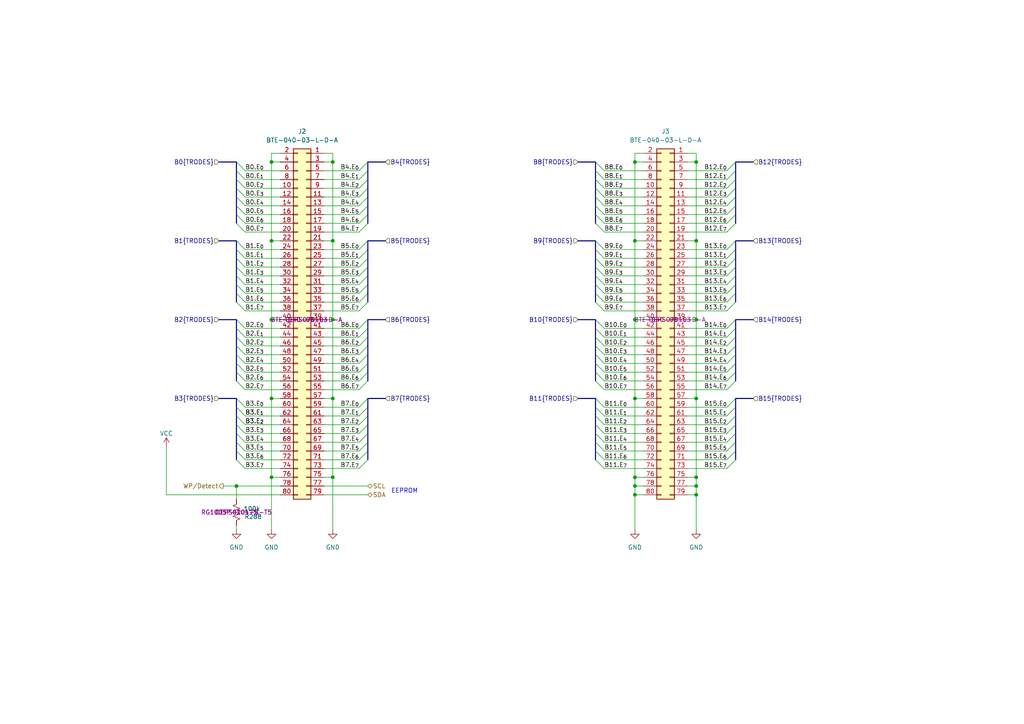
<source format=kicad_sch>
(kicad_sch (version 20250114) (generator "eeschema") (generator_version "9.0")
  (paper "A4")
  (title_block (title "Extracellular Electrophysiology Test Board") (rev "C") (company "Open Ephys, Inc") (comment 1 "Jonathan P. Newman"))
  (lib_symbols
    (symbol "Connector_Generic:Conn_02x40_Odd_Even" (pin_names (offset 1.016) (hide yes))
      (property "Reference" "J" (at 1.27 50.8 0))
      (property "Value" "Conn_02x40_Odd_Even" (at 1.27 -53.34 0))
      (symbol "Conn_02x40_Odd_Even_1_1"
        (rectangle (start -1.27 49.53) (end 3.81 -52.07) (stroke (width 0.254)) (fill (type background)))
        (rectangle (start -1.27 48.387) (end 0 48.133) (stroke (width 0.1524)))
        (rectangle (start -1.27 45.847) (end 0 45.593) (stroke (width 0.1524)))
        (rectangle (start -1.27 43.307) (end 0 43.053) (stroke (width 0.1524)))
        (rectangle (start -1.27 40.767) (end 0 40.513) (stroke (width 0.1524)))
        (rectangle (start -1.27 38.227) (end 0 37.973) (stroke (width 0.1524)))
        (rectangle (start -1.27 35.687) (end 0 35.433) (stroke (width 0.1524)))
        (rectangle (start -1.27 33.147) (end 0 32.893) (stroke (width 0.1524)))
        (rectangle (start -1.27 30.607) (end 0 30.353) (stroke (width 0.1524)))
        (rectangle (start -1.27 28.067) (end 0 27.813) (stroke (width 0.1524)))
        (rectangle (start -1.27 25.527) (end 0 25.273) (stroke (width 0.1524)))
        (rectangle (start -1.27 22.987) (end 0 22.733) (stroke (width 0.1524)))
        (rectangle (start -1.27 20.447) (end 0 20.193) (stroke (width 0.1524)))
        (rectangle (start -1.27 17.907) (end 0 17.653) (stroke (width 0.1524)))
        (rectangle (start -1.27 15.367) (end 0 15.113) (stroke (width 0.1524)))
        (rectangle (start -1.27 12.827) (end 0 12.573) (stroke (width 0.1524)))
        (rectangle (start -1.27 10.287) (end 0 10.033) (stroke (width 0.1524)))
        (rectangle (start -1.27 7.747) (end 0 7.493) (stroke (width 0.1524)))
        (rectangle (start -1.27 5.207) (end 0 4.953) (stroke (width 0.1524)))
        (rectangle (start -1.27 2.667) (end 0 2.413) (stroke (width 0.1524)))
        (rectangle (start -1.27 0.127) (end 0 -0.127) (stroke (width 0.1524)))
        (rectangle (start -1.27 -2.413) (end 0 -2.667) (stroke (width 0.1524)))
        (rectangle (start -1.27 -4.953) (end 0 -5.207) (stroke (width 0.1524)))
        (rectangle (start -1.27 -7.493) (end 0 -7.747) (stroke (width 0.1524)))
        (rectangle (start -1.27 -10.033) (end 0 -10.287) (stroke (width 0.1524)))
        (rectangle (start -1.27 -12.573) (end 0 -12.827) (stroke (width 0.1524)))
        (rectangle (start -1.27 -15.113) (end 0 -15.367) (stroke (width 0.1524)))
        (rectangle (start -1.27 -17.653) (end 0 -17.907) (stroke (width 0.1524)))
        (rectangle (start -1.27 -20.193) (end 0 -20.447) (stroke (width 0.1524)))
        (rectangle (start -1.27 -22.733) (end 0 -22.987) (stroke (width 0.1524)))
        (rectangle (start -1.27 -25.273) (end 0 -25.527) (stroke (width 0.1524)))
        (rectangle (start -1.27 -27.813) (end 0 -28.067) (stroke (width 0.1524)))
        (rectangle (start -1.27 -30.353) (end 0 -30.607) (stroke (width 0.1524)))
        (rectangle (start -1.27 -32.893) (end 0 -33.147) (stroke (width 0.1524)))
        (rectangle (start -1.27 -35.433) (end 0 -35.687) (stroke (width 0.1524)))
        (rectangle (start -1.27 -37.973) (end 0 -38.227) (stroke (width 0.1524)))
        (rectangle (start -1.27 -40.513) (end 0 -40.767) (stroke (width 0.1524)))
        (rectangle (start -1.27 -43.053) (end 0 -43.307) (stroke (width 0.1524)))
        (rectangle (start -1.27 -45.593) (end 0 -45.847) (stroke (width 0.1524)))
        (rectangle (start -1.27 -48.133) (end 0 -48.387) (stroke (width 0.1524)))
        (rectangle (start -1.27 -50.673) (end 0 -50.927) (stroke (width 0.1524)))
        (rectangle (start 3.81 48.387) (end 2.54 48.133) (stroke (width 0.1524)))
        (rectangle (start 3.81 45.847) (end 2.54 45.593) (stroke (width 0.1524)))
        (rectangle (start 3.81 43.307) (end 2.54 43.053) (stroke (width 0.1524)))
        (rectangle (start 3.81 40.767) (end 2.54 40.513) (stroke (width 0.1524)))
        (rectangle (start 3.81 38.227) (end 2.54 37.973) (stroke (width 0.1524)))
        (rectangle (start 3.81 35.687) (end 2.54 35.433) (stroke (width 0.1524)))
        (rectangle (start 3.81 33.147) (end 2.54 32.893) (stroke (width 0.1524)))
        (rectangle (start 3.81 30.607) (end 2.54 30.353) (stroke (width 0.1524)))
        (rectangle (start 3.81 28.067) (end 2.54 27.813) (stroke (width 0.1524)))
        (rectangle (start 3.81 25.527) (end 2.54 25.273) (stroke (width 0.1524)))
        (rectangle (start 3.81 22.987) (end 2.54 22.733) (stroke (width 0.1524)))
        (rectangle (start 3.81 20.447) (end 2.54 20.193) (stroke (width 0.1524)))
        (rectangle (start 3.81 17.907) (end 2.54 17.653) (stroke (width 0.1524)))
        (rectangle (start 3.81 15.367) (end 2.54 15.113) (stroke (width 0.1524)))
        (rectangle (start 3.81 12.827) (end 2.54 12.573) (stroke (width 0.1524)))
        (rectangle (start 3.81 10.287) (end 2.54 10.033) (stroke (width 0.1524)))
        (rectangle (start 3.81 7.747) (end 2.54 7.493) (stroke (width 0.1524)))
        (rectangle (start 3.81 5.207) (end 2.54 4.953) (stroke (width 0.1524)))
        (rectangle (start 3.81 2.667) (end 2.54 2.413) (stroke (width 0.1524)))
        (rectangle (start 3.81 0.127) (end 2.54 -0.127) (stroke (width 0.1524)))
        (rectangle (start 3.81 -2.413) (end 2.54 -2.667) (stroke (width 0.1524)))
        (rectangle (start 3.81 -4.953) (end 2.54 -5.207) (stroke (width 0.1524)))
        (rectangle (start 3.81 -7.493) (end 2.54 -7.747) (stroke (width 0.1524)))
        (rectangle (start 3.81 -10.033) (end 2.54 -10.287) (stroke (width 0.1524)))
        (rectangle (start 3.81 -12.573) (end 2.54 -12.827) (stroke (width 0.1524)))
        (rectangle (start 3.81 -15.113) (end 2.54 -15.367) (stroke (width 0.1524)))
        (rectangle (start 3.81 -17.653) (end 2.54 -17.907) (stroke (width 0.1524)))
        (rectangle (start 3.81 -20.193) (end 2.54 -20.447) (stroke (width 0.1524)))
        (rectangle (start 3.81 -22.733) (end 2.54 -22.987) (stroke (width 0.1524)))
        (rectangle (start 3.81 -25.273) (end 2.54 -25.527) (stroke (width 0.1524)))
        (rectangle (start 3.81 -27.813) (end 2.54 -28.067) (stroke (width 0.1524)))
        (rectangle (start 3.81 -30.353) (end 2.54 -30.607) (stroke (width 0.1524)))
        (rectangle (start 3.81 -32.893) (end 2.54 -33.147) (stroke (width 0.1524)))
        (rectangle (start 3.81 -35.433) (end 2.54 -35.687) (stroke (width 0.1524)))
        (rectangle (start 3.81 -37.973) (end 2.54 -38.227) (stroke (width 0.1524)))
        (rectangle (start 3.81 -40.513) (end 2.54 -40.767) (stroke (width 0.1524)))
        (rectangle (start 3.81 -43.053) (end 2.54 -43.307) (stroke (width 0.1524)))
        (rectangle (start 3.81 -45.593) (end 2.54 -45.847) (stroke (width 0.1524)))
        (rectangle (start 3.81 -48.133) (end 2.54 -48.387) (stroke (width 0.1524)))
        (rectangle (start 3.81 -50.673) (end 2.54 -50.927) (stroke (width 0.1524)))
        (pin passive line (at -5.08 48.26 0) (length 3.81) (name "Pin_1") (number "1"))
        (pin passive line (at -5.08 45.72 0) (length 3.81) (name "Pin_3") (number "3"))
        (pin passive line (at -5.08 43.18 0) (length 3.81) (name "Pin_5") (number "5"))
        (pin passive line (at -5.08 40.64 0) (length 3.81) (name "Pin_7") (number "7"))
        (pin passive line (at -5.08 38.1 0) (length 3.81) (name "Pin_9") (number "9"))
        (pin passive line (at -5.08 35.56 0) (length 3.81) (name "Pin_11") (number "11"))
        (pin passive line (at -5.08 33.02 0) (length 3.81) (name "Pin_13") (number "13"))
        (pin passive line (at -5.08 30.48 0) (length 3.81) (name "Pin_15") (number "15"))
        (pin passive line (at -5.08 27.94 0) (length 3.81) (name "Pin_17") (number "17"))
        (pin passive line (at -5.08 25.4 0) (length 3.81) (name "Pin_19") (number "19"))
        (pin passive line (at -5.08 22.86 0) (length 3.81) (name "Pin_21") (number "21"))
        (pin passive line (at -5.08 20.32 0) (length 3.81) (name "Pin_23") (number "23"))
        (pin passive line (at -5.08 17.78 0) (length 3.81) (name "Pin_25") (number "25"))
        (pin passive line (at -5.08 15.24 0) (length 3.81) (name "Pin_27") (number "27"))
        (pin passive line (at -5.08 12.7 0) (length 3.81) (name "Pin_29") (number "29"))
        (pin passive line (at -5.08 10.16 0) (length 3.81) (name "Pin_31") (number "31"))
        (pin passive line (at -5.08 7.62 0) (length 3.81) (name "Pin_33") (number "33"))
        (pin passive line (at -5.08 5.08 0) (length 3.81) (name "Pin_35") (number "35"))
        (pin passive line (at -5.08 2.54 0) (length 3.81) (name "Pin_37") (number "37"))
        (pin passive line (at -5.08 0 0) (length 3.81) (name "Pin_39") (number "39"))
        (pin passive line (at -5.08 -2.54 0) (length 3.81) (name "Pin_41") (number "41"))
        (pin passive line (at -5.08 -5.08 0) (length 3.81) (name "Pin_43") (number "43"))
        (pin passive line (at -5.08 -7.62 0) (length 3.81) (name "Pin_45") (number "45"))
        (pin passive line (at -5.08 -10.16 0) (length 3.81) (name "Pin_47") (number "47"))
        (pin passive line (at -5.08 -12.7 0) (length 3.81) (name "Pin_49") (number "49"))
        (pin passive line (at -5.08 -15.24 0) (length 3.81) (name "Pin_51") (number "51"))
        (pin passive line (at -5.08 -17.78 0) (length 3.81) (name "Pin_53") (number "53"))
        (pin passive line (at -5.08 -20.32 0) (length 3.81) (name "Pin_55") (number "55"))
        (pin passive line (at -5.08 -22.86 0) (length 3.81) (name "Pin_57") (number "57"))
        (pin passive line (at -5.08 -25.4 0) (length 3.81) (name "Pin_59") (number "59"))
        (pin passive line (at -5.08 -27.94 0) (length 3.81) (name "Pin_61") (number "61"))
        (pin passive line (at -5.08 -30.48 0) (length 3.81) (name "Pin_63") (number "63"))
        (pin passive line (at -5.08 -33.02 0) (length 3.81) (name "Pin_65") (number "65"))
        (pin passive line (at -5.08 -35.56 0) (length 3.81) (name "Pin_67") (number "67"))
        (pin passive line (at -5.08 -38.1 0) (length 3.81) (name "Pin_69") (number "69"))
        (pin passive line (at -5.08 -40.64 0) (length 3.81) (name "Pin_71") (number "71"))
        (pin passive line (at -5.08 -43.18 0) (length 3.81) (name "Pin_73") (number "73"))
        (pin passive line (at -5.08 -45.72 0) (length 3.81) (name "Pin_75") (number "75"))
        (pin passive line (at -5.08 -48.26 0) (length 3.81) (name "Pin_77") (number "77"))
        (pin passive line (at -5.08 -50.8 0) (length 3.81) (name "Pin_79") (number "79"))
        (pin passive line (at 7.62 48.26 180) (length 3.81) (name "Pin_2") (number "2"))
        (pin passive line (at 7.62 45.72 180) (length 3.81) (name "Pin_4") (number "4"))
        (pin passive line (at 7.62 43.18 180) (length 3.81) (name "Pin_6") (number "6"))
        (pin passive line (at 7.62 40.64 180) (length 3.81) (name "Pin_8") (number "8"))
        (pin passive line (at 7.62 38.1 180) (length 3.81) (name "Pin_10") (number "10"))
        (pin passive line (at 7.62 35.56 180) (length 3.81) (name "Pin_12") (number "12"))
        (pin passive line (at 7.62 33.02 180) (length 3.81) (name "Pin_14") (number "14"))
        (pin passive line (at 7.62 30.48 180) (length 3.81) (name "Pin_16") (number "16"))
        (pin passive line (at 7.62 27.94 180) (length 3.81) (name "Pin_18") (number "18"))
        (pin passive line (at 7.62 25.4 180) (length 3.81) (name "Pin_20") (number "20"))
        (pin passive line (at 7.62 22.86 180) (length 3.81) (name "Pin_22") (number "22"))
        (pin passive line (at 7.62 20.32 180) (length 3.81) (name "Pin_24") (number "24"))
        (pin passive line (at 7.62 17.78 180) (length 3.81) (name "Pin_26") (number "26"))
        (pin passive line (at 7.62 15.24 180) (length 3.81) (name "Pin_28") (number "28"))
        (pin passive line (at 7.62 12.7 180) (length 3.81) (name "Pin_30") (number "30"))
        (pin passive line (at 7.62 10.16 180) (length 3.81) (name "Pin_32") (number "32"))
        (pin passive line (at 7.62 7.62 180) (length 3.81) (name "Pin_34") (number "34"))
        (pin passive line (at 7.62 5.08 180) (length 3.81) (name "Pin_36") (number "36"))
        (pin passive line (at 7.62 2.54 180) (length 3.81) (name "Pin_38") (number "38"))
        (pin passive line (at 7.62 0 180) (length 3.81) (name "Pin_40") (number "40"))
        (pin passive line (at 7.62 -2.54 180) (length 3.81) (name "Pin_42") (number "42"))
        (pin passive line (at 7.62 -5.08 180) (length 3.81) (name "Pin_44") (number "44"))
        (pin passive line (at 7.62 -7.62 180) (length 3.81) (name "Pin_46") (number "46"))
        (pin passive line (at 7.62 -10.16 180) (length 3.81) (name "Pin_48") (number "48"))
        (pin passive line (at 7.62 -12.7 180) (length 3.81) (name "Pin_50") (number "50"))
        (pin passive line (at 7.62 -15.24 180) (length 3.81) (name "Pin_52") (number "52"))
        (pin passive line (at 7.62 -17.78 180) (length 3.81) (name "Pin_54") (number "54"))
        (pin passive line (at 7.62 -20.32 180) (length 3.81) (name "Pin_56") (number "56"))
        (pin passive line (at 7.62 -22.86 180) (length 3.81) (name "Pin_58") (number "58"))
        (pin passive line (at 7.62 -25.4 180) (length 3.81) (name "Pin_60") (number "60"))
        (pin passive line (at 7.62 -27.94 180) (length 3.81) (name "Pin_62") (number "62"))
        (pin passive line (at 7.62 -30.48 180) (length 3.81) (name "Pin_64") (number "64"))
        (pin passive line (at 7.62 -33.02 180) (length 3.81) (name "Pin_66") (number "66"))
        (pin passive line (at 7.62 -35.56 180) (length 3.81) (name "Pin_68") (number "68"))
        (pin passive line (at 7.62 -38.1 180) (length 3.81) (name "Pin_70") (number "70"))
        (pin passive line (at 7.62 -40.64 180) (length 3.81) (name "Pin_72") (number "72"))
        (pin passive line (at 7.62 -43.18 180) (length 3.81) (name "Pin_74") (number "74"))
        (pin passive line (at 7.62 -45.72 180) (length 3.81) (name "Pin_76") (number "76"))
        (pin passive line (at 7.62 -48.26 180) (length 3.81) (name "Pin_78") (number "78"))
        (pin passive line (at 7.62 -50.8 180) (length 3.81) (name "Pin_80") (number "80"))
      )
    )
    (symbol "Device:R_US" (pin_numbers (hide yes)) (pin_names (offset 0))
      (property "Reference" "R" (at 2.54 0 90))
      (property "Value" "R_US" (at -2.54 0 90))
      (symbol "R_US_0_1"
        (polyline (pts (xy 0 2.286) (xy 0 2.54)))
        (polyline (pts (xy 0 2.286) (xy 1.016 1.905) (xy 0 1.524) (xy -1.016 1.143) (xy 0 0.762)))
        (polyline (pts (xy 0 0.762) (xy 1.016 0.381) (xy 0 0) (xy -1.016 -0.381) (xy 0 -0.762)))
        (polyline (pts (xy 0 -0.762) (xy 1.016 -1.143) (xy 0 -1.524) (xy -1.016 -1.905) (xy 0 -2.286)))
        (polyline (pts (xy 0 -2.286) (xy 0 -2.54)))
      )
      (symbol "R_US_1_1"
        (pin passive line (at 0 3.81 270) (length 1.27) (name "~") (number "1"))
        (pin passive line (at 0 -3.81 90) (length 1.27) (name "~") (number "2"))
      )
    )
    (symbol "power:GND" (power) (pin_numbers (hide yes)) (pin_names (offset 0) (hide yes))
      (property "Value" "GND" (at 0 -3.81 0))
      (symbol "GND_0_1"
        (polyline (pts (xy 0 0) (xy 0 -1.27) (xy 1.27 -1.27) (xy 0 -2.54) (xy -1.27 -1.27) (xy 0 -1.27)))
      )
      (symbol "GND_1_1"
        (pin power_in line (at 0 0 270) (length 0) (name "~") (number "1"))
      )
    )
    (symbol "power:VCC" (power) (pin_numbers (hide yes)) (pin_names (offset 0) (hide yes))
      (property "Value" "VCC" (at 0 3.556 0))
      (symbol "VCC_0_1"
        (polyline (pts (xy -0.762 1.27) (xy 0 2.54)))
        (polyline (pts (xy 0 2.54) (xy 0.762 1.27)))
        (polyline (pts (xy 0 0) (xy 0 2.54)))
      )
      (symbol "VCC_1_1"
        (pin power_in line (at 0 0 90) (length 0) (name "~") (number "1"))
      )
    )
  )
  (bus_alias "TRODES" (members "E_{0}" "E_{1}" "E_{2}" "E_{3}" "E_{4}" "E_{5}" "E_{6}" "E_{7}"))
  (text "EEPROM" (at 117.348 142.494 0) (effects (font (size 1.27 1.27))))
  (junction (at 184.15 69.85))
  (junction (at 201.93 92.71))
  (junction (at 78.74 115.57))
  (junction (at 201.93 143.51))
  (junction (at 78.74 46.99))
  (junction (at 96.52 69.85))
  (junction (at 184.15 46.99))
  (junction (at 78.74 69.85))
  (junction (at 201.93 138.43))
  (junction (at 184.15 92.71))
  (junction (at 78.74 138.43))
  (junction (at 184.15 115.57))
  (junction (at 201.93 115.57))
  (junction (at 184.15 143.51))
  (junction (at 184.15 138.43))
  (junction (at 96.52 46.99))
  (junction (at 96.52 138.43))
  (junction (at 201.93 69.85))
  (junction (at 68.58 140.97))
  (junction (at 96.52 92.71))
  (junction (at 201.93 46.99))
  (junction (at 201.93 140.97))
  (junction (at 78.74 92.71))
  (junction (at 184.15 140.97))
  (junction (at 96.52 115.57))
  (bus_entry (at 68.58 100.33) (size 2.54 2.54))
  (bus_entry (at 106.68 102.87) (size -2.54 2.54))
  (bus_entry (at 68.58 107.95) (size 2.54 2.54))
  (bus_entry (at 106.68 49.53) (size -2.54 2.54))
  (bus_entry (at 172.72 118.11) (size 2.54 2.54))
  (bus_entry (at 68.58 49.53) (size 2.54 2.54))
  (bus_entry (at 172.72 46.99) (size 2.54 2.54))
  (bus_entry (at 213.36 64.77) (size -2.54 2.54))
  (bus_entry (at 172.72 100.33) (size 2.54 2.54))
  (bus_entry (at 213.36 82.55) (size -2.54 2.54))
  (bus_entry (at 213.36 105.41) (size -2.54 2.54))
  (bus_entry (at 172.72 64.77) (size 2.54 2.54))
  (bus_entry (at 213.36 100.33) (size -2.54 2.54))
  (bus_entry (at 68.58 85.09) (size 2.54 2.54))
  (bus_entry (at 213.36 120.65) (size -2.54 2.54))
  (bus_entry (at 213.36 133.35) (size -2.54 2.54))
  (bus_entry (at 172.72 69.85) (size 2.54 2.54))
  (bus_entry (at 213.36 74.93) (size -2.54 2.54))
  (bus_entry (at 68.58 64.77) (size 2.54 2.54))
  (bus_entry (at 172.72 49.53) (size 2.54 2.54))
  (bus_entry (at 172.72 52.07) (size 2.54 2.54))
  (bus_entry (at 106.68 72.39) (size -2.54 2.54))
  (bus_entry (at 213.36 59.69) (size -2.54 2.54))
  (bus_entry (at 106.68 97.79) (size -2.54 2.54))
  (bus_entry (at 213.36 115.57) (size -2.54 2.54))
  (bus_entry (at 213.36 125.73) (size -2.54 2.54))
  (bus_entry (at 172.72 123.19) (size 2.54 2.54))
  (bus_entry (at 106.68 123.19) (size -2.54 2.54))
  (bus_entry (at 68.58 74.93) (size 2.54 2.54))
  (bus_entry (at 213.36 110.49) (size -2.54 2.54))
  (bus_entry (at 68.58 120.65) (size 2.54 2.54))
  (bus_entry (at 68.58 97.79) (size 2.54 2.54))
  (bus_entry (at 106.68 64.77) (size -2.54 2.54))
  (bus_entry (at 213.36 54.61) (size -2.54 2.54))
  (bus_entry (at 106.68 100.33) (size -2.54 2.54))
  (bus_entry (at 172.72 110.49) (size 2.54 2.54))
  (bus_entry (at 172.72 128.27) (size 2.54 2.54))
  (bus_entry (at 68.58 133.35) (size 2.54 2.54))
  (bus_entry (at 172.72 54.61) (size 2.54 2.54))
  (bus_entry (at 213.36 102.87) (size -2.54 2.54))
  (bus_entry (at 68.58 128.27) (size 2.54 2.54))
  (bus_entry (at 68.58 123.19) (size 2.54 2.54))
  (bus_entry (at 213.36 77.47) (size -2.54 2.54))
  (bus_entry (at 213.36 123.19) (size -2.54 2.54))
  (bus_entry (at 172.72 80.01) (size 2.54 2.54))
  (bus_entry (at 172.72 85.09) (size 2.54 2.54))
  (bus_entry (at 213.36 69.85) (size -2.54 2.54))
  (bus_entry (at 213.36 95.25) (size -2.54 2.54))
  (bus_entry (at 213.36 92.71) (size -2.54 2.54))
  (bus_entry (at 68.58 80.01) (size 2.54 2.54))
  (bus_entry (at 172.72 77.47) (size 2.54 2.54))
  (bus_entry (at 172.72 102.87) (size 2.54 2.54))
  (bus_entry (at 213.36 118.11) (size -2.54 2.54))
  (bus_entry (at 213.36 87.63) (size -2.54 2.54))
  (bus_entry (at 68.58 115.57) (size 2.54 2.54))
  (bus_entry (at 68.58 77.47) (size 2.54 2.54))
  (bus_entry (at 68.58 57.15) (size 2.54 2.54))
  (bus_entry (at 172.72 62.23) (size 2.54 2.54))
  (bus_entry (at 68.58 52.07) (size 2.54 2.54))
  (bus_entry (at 213.36 62.23) (size -2.54 2.54))
  (bus_entry (at 106.68 74.93) (size -2.54 2.54))
  (bus_entry (at 172.72 92.71) (size 2.54 2.54))
  (bus_entry (at 68.58 125.73) (size 2.54 2.54))
  (bus_entry (at 213.36 72.39) (size -2.54 2.54))
  (bus_entry (at 172.72 125.73) (size 2.54 2.54))
  (bus_entry (at 106.68 125.73) (size -2.54 2.54))
  (bus_entry (at 68.58 62.23) (size 2.54 2.54))
  (bus_entry (at 172.72 82.55) (size 2.54 2.54))
  (bus_entry (at 68.58 105.41) (size 2.54 2.54))
  (bus_entry (at 68.58 46.99) (size 2.54 2.54))
  (bus_entry (at 213.36 107.95) (size -2.54 2.54))
  (bus_entry (at 172.72 87.63) (size 2.54 2.54))
  (bus_entry (at 172.72 97.79) (size 2.54 2.54))
  (bus_entry (at 106.68 87.63) (size -2.54 2.54))
  (bus_entry (at 213.36 85.09) (size -2.54 2.54))
  (bus_entry (at 172.72 115.57) (size 2.54 2.54))
  (bus_entry (at 106.68 105.41) (size -2.54 2.54))
  (bus_entry (at 106.68 54.61) (size -2.54 2.54))
  (bus_entry (at 106.68 128.27) (size -2.54 2.54))
  (bus_entry (at 106.68 107.95) (size -2.54 2.54))
  (bus_entry (at 213.36 46.99) (size -2.54 2.54))
  (bus_entry (at 106.68 85.09) (size -2.54 2.54))
  (bus_entry (at 172.72 72.39) (size 2.54 2.54))
  (bus_entry (at 213.36 80.01) (size -2.54 2.54))
  (bus_entry (at 172.72 133.35) (size 2.54 2.54))
  (bus_entry (at 68.58 92.71) (size 2.54 2.54))
  (bus_entry (at 106.68 92.71) (size -2.54 2.54))
  (bus_entry (at 106.68 77.47) (size -2.54 2.54))
  (bus_entry (at 213.36 49.53) (size -2.54 2.54))
  (bus_entry (at 68.58 59.69) (size 2.54 2.54))
  (bus_entry (at 172.72 59.69) (size 2.54 2.54))
  (bus_entry (at 68.58 72.39) (size 2.54 2.54))
  (bus_entry (at 213.36 57.15) (size -2.54 2.54))
  (bus_entry (at 106.68 95.25) (size -2.54 2.54))
  (bus_entry (at 106.68 57.15) (size -2.54 2.54))
  (bus_entry (at 213.36 52.07) (size -2.54 2.54))
  (bus_entry (at 106.68 130.81) (size -2.54 2.54))
  (bus_entry (at 106.68 115.57) (size -2.54 2.54))
  (bus_entry (at 68.58 118.11) (size 2.54 2.54))
  (bus_entry (at 106.68 120.65) (size -2.54 2.54))
  (bus_entry (at 106.68 82.55) (size -2.54 2.54))
  (bus_entry (at 68.58 69.85) (size 2.54 2.54))
  (bus_entry (at 172.72 95.25) (size 2.54 2.54))
  (bus_entry (at 106.68 133.35) (size -2.54 2.54))
  (bus_entry (at 213.36 97.79) (size -2.54 2.54))
  (bus_entry (at 172.72 105.41) (size 2.54 2.54))
  (bus_entry (at 68.58 54.61) (size 2.54 2.54))
  (bus_entry (at 172.72 120.65) (size 2.54 2.54))
  (bus_entry (at 106.68 69.85) (size -2.54 2.54))
  (bus_entry (at 106.68 46.99) (size -2.54 2.54))
  (bus_entry (at 68.58 87.63) (size 2.54 2.54))
  (bus_entry (at 68.58 82.55) (size 2.54 2.54))
  (bus_entry (at 68.58 130.81) (size 2.54 2.54))
  (bus_entry (at 106.68 110.49) (size -2.54 2.54))
  (bus_entry (at 68.58 102.87) (size 2.54 2.54))
  (bus_entry (at 106.68 62.23) (size -2.54 2.54))
  (bus_entry (at 106.68 80.01) (size -2.54 2.54))
  (bus_entry (at 68.58 95.25) (size 2.54 2.54))
  (bus_entry (at 68.58 110.49) (size 2.54 2.54))
  (bus_entry (at 106.68 118.11) (size -2.54 2.54))
  (bus_entry (at 213.36 128.27) (size -2.54 2.54))
  (bus_entry (at 172.72 57.15) (size 2.54 2.54))
  (bus_entry (at 172.72 74.93) (size 2.54 2.54))
  (bus_entry (at 213.36 130.81) (size -2.54 2.54))
  (bus_entry (at 106.68 59.69) (size -2.54 2.54))
  (bus_entry (at 172.72 130.81) (size 2.54 2.54))
  (bus_entry (at 106.68 52.07) (size -2.54 2.54))
  (bus_entry (at 172.72 107.95) (size 2.54 2.54))
  (wire (pts (xy 93.98 128.27) (xy 104.14 128.27)))
  (bus (pts (xy 68.58 54.61) (xy 68.58 57.15)))
  (wire (pts (xy 71.12 49.53) (xy 81.28 49.53)))
  (wire (pts (xy 199.39 54.61) (xy 210.82 54.61)))
  (wire (pts (xy 175.26 74.93) (xy 186.69 74.93)))
  (wire (pts (xy 201.93 140.97) (xy 201.93 143.51)))
  (wire (pts (xy 81.28 44.45) (xy 78.74 44.45)))
  (bus (pts (xy 172.72 80.01) (xy 172.72 82.55)))
  (wire (pts (xy 78.74 46.99) (xy 81.28 46.99)))
  (wire (pts (xy 93.98 46.99) (xy 96.52 46.99)))
  (wire (pts (xy 175.26 62.23) (xy 186.69 62.23)))
  (bus (pts (xy 172.72 57.15) (xy 172.72 59.69)))
  (bus (pts (xy 172.72 54.61) (xy 172.72 57.15)))
  (bus (pts (xy 213.36 125.73) (xy 213.36 128.27)))
  (wire (pts (xy 93.98 54.61) (xy 104.14 54.61)))
  (wire (pts (xy 71.12 90.17) (xy 81.28 90.17)))
  (wire (pts (xy 175.26 135.89) (xy 186.69 135.89)))
  (wire (pts (xy 48.26 129.54) (xy 48.26 143.51)))
  (bus (pts (xy 172.72 92.71) (xy 172.72 95.25)))
  (wire (pts (xy 199.39 135.89) (xy 210.82 135.89)))
  (bus (pts (xy 172.72 82.55) (xy 172.72 85.09)))
  (wire (pts (xy 199.39 52.07) (xy 210.82 52.07)))
  (bus (pts (xy 68.58 57.15) (xy 68.58 59.69)))
  (bus (pts (xy 68.58 85.09) (xy 68.58 87.63)))
  (bus (pts (xy 213.36 123.19) (xy 213.36 125.73)))
  (bus (pts (xy 213.36 100.33) (xy 213.36 102.87)))
  (bus (pts (xy 68.58 97.79) (xy 68.58 100.33)))
  (wire (pts (xy 93.98 105.41) (xy 104.14 105.41)))
  (bus (pts (xy 63.5 46.99) (xy 68.58 46.99)))
  (wire (pts (xy 71.12 57.15) (xy 81.28 57.15)))
  (bus (pts (xy 172.72 97.79) (xy 172.72 100.33)))
  (bus (pts (xy 68.58 95.25) (xy 68.58 97.79)))
  (wire (pts (xy 184.15 46.99) (xy 184.15 69.85)))
  (wire (pts (xy 199.39 64.77) (xy 210.82 64.77)))
  (bus (pts (xy 213.36 52.07) (xy 213.36 54.61)))
  (wire (pts (xy 93.98 49.53) (xy 104.14 49.53)))
  (wire (pts (xy 175.26 128.27) (xy 186.69 128.27)))
  (bus (pts (xy 68.58 80.01) (xy 68.58 82.55)))
  (bus (pts (xy 68.58 92.71) (xy 68.58 95.25)))
  (bus (pts (xy 106.68 72.39) (xy 106.68 74.93)))
  (bus (pts (xy 213.36 130.81) (xy 213.36 133.35)))
  (bus (pts (xy 213.36 120.65) (xy 213.36 123.19)))
  (wire (pts (xy 201.93 46.99) (xy 201.93 69.85)))
  (wire (pts (xy 175.26 133.35) (xy 186.69 133.35)))
  (wire (pts (xy 184.15 115.57) (xy 184.15 138.43)))
  (bus (pts (xy 213.36 69.85) (xy 213.36 72.39)))
  (wire (pts (xy 199.39 62.23) (xy 210.82 62.23)))
  (bus (pts (xy 213.36 54.61) (xy 213.36 57.15)))
  (wire (pts (xy 175.26 105.41) (xy 186.69 105.41)))
  (wire (pts (xy 71.12 87.63) (xy 81.28 87.63)))
  (wire (pts (xy 175.26 90.17) (xy 186.69 90.17)))
  (bus (pts (xy 172.72 49.53) (xy 172.72 52.07)))
  (wire (pts (xy 199.39 107.95) (xy 210.82 107.95)))
  (wire (pts (xy 71.12 64.77) (xy 81.28 64.77)))
  (bus (pts (xy 106.68 100.33) (xy 106.68 102.87)))
  (wire (pts (xy 78.74 115.57) (xy 81.28 115.57)))
  (wire (pts (xy 199.39 69.85) (xy 201.93 69.85)))
  (wire (pts (xy 201.93 69.85) (xy 201.93 92.71)))
  (wire (pts (xy 71.12 123.19) (xy 81.28 123.19)))
  (bus (pts (xy 106.68 123.19) (xy 106.68 125.73)))
  (wire (pts (xy 199.39 140.97) (xy 201.93 140.97)))
  (bus (pts (xy 213.36 82.55) (xy 213.36 85.09)))
  (wire (pts (xy 175.26 59.69) (xy 186.69 59.69)))
  (wire (pts (xy 199.39 95.25) (xy 210.82 95.25)))
  (wire (pts (xy 93.98 90.17) (xy 104.14 90.17)))
  (wire (pts (xy 199.39 80.01) (xy 210.82 80.01)))
  (wire (pts (xy 201.93 115.57) (xy 201.93 138.43)))
  (wire (pts (xy 93.98 80.01) (xy 104.14 80.01)))
  (wire (pts (xy 186.69 140.97) (xy 184.15 140.97)))
  (wire (pts (xy 78.74 138.43) (xy 78.74 153.67)))
  (wire (pts (xy 175.26 67.31) (xy 186.69 67.31)))
  (wire (pts (xy 175.26 87.63) (xy 186.69 87.63)))
  (wire (pts (xy 71.12 102.87) (xy 81.28 102.87)))
  (wire (pts (xy 184.15 46.99) (xy 186.69 46.99)))
  (wire (pts (xy 175.26 110.49) (xy 186.69 110.49)))
  (bus (pts (xy 213.36 128.27) (xy 213.36 130.81)))
  (bus (pts (xy 213.36 62.23) (xy 213.36 64.77)))
  (bus (pts (xy 172.72 85.09) (xy 172.72 87.63)))
  (wire (pts (xy 71.12 133.35) (xy 81.28 133.35)))
  (wire (pts (xy 201.93 92.71) (xy 201.93 115.57)))
  (bus (pts (xy 213.36 102.87) (xy 213.36 105.41)))
  (bus (pts (xy 213.36 59.69) (xy 213.36 62.23)))
  (wire (pts (xy 199.39 85.09) (xy 210.82 85.09)))
  (wire (pts (xy 93.98 138.43) (xy 96.52 138.43)))
  (bus (pts (xy 106.68 49.53) (xy 106.68 52.07)))
  (wire (pts (xy 71.12 130.81) (xy 81.28 130.81)))
  (bus (pts (xy 68.58 62.23) (xy 68.58 64.77)))
  (bus (pts (xy 213.36 46.99) (xy 213.36 49.53)))
  (wire (pts (xy 93.98 130.81) (xy 104.14 130.81)))
  (bus (pts (xy 68.58 69.85) (xy 68.58 72.39)))
  (wire (pts (xy 175.26 100.33) (xy 186.69 100.33)))
  (bus (pts (xy 213.36 97.79) (xy 213.36 100.33)))
  (bus (pts (xy 106.68 62.23) (xy 106.68 64.77)))
  (bus (pts (xy 172.72 52.07) (xy 172.72 54.61)))
  (wire (pts (xy 184.15 92.71) (xy 184.15 115.57)))
  (bus (pts (xy 106.68 69.85) (xy 106.68 72.39)))
  (bus (pts (xy 63.5 92.71) (xy 68.58 92.71)))
  (wire (pts (xy 78.74 92.71) (xy 81.28 92.71)))
  (bus (pts (xy 68.58 49.53) (xy 68.58 52.07)))
  (wire (pts (xy 199.39 74.93) (xy 210.82 74.93)))
  (wire (pts (xy 186.69 138.43) (xy 184.15 138.43)))
  (bus (pts (xy 106.68 107.95) (xy 106.68 110.49)))
  (wire (pts (xy 199.39 118.11) (xy 210.82 118.11)))
  (bus (pts (xy 213.36 49.53) (xy 213.36 52.07)))
  (wire (pts (xy 93.98 69.85) (xy 96.52 69.85)))
  (wire (pts (xy 184.15 115.57) (xy 186.69 115.57)))
  (wire (pts (xy 184.15 140.97) (xy 184.15 143.51)))
  (bus (pts (xy 111.76 115.57) (xy 106.68 115.57)))
  (bus (pts (xy 172.72 123.19) (xy 172.72 125.73)))
  (bus (pts (xy 106.68 85.09) (xy 106.68 87.63)))
  (bus (pts (xy 68.58 125.73) (xy 68.58 128.27)))
  (bus (pts (xy 68.58 102.87) (xy 68.58 105.41)))
  (wire (pts (xy 78.74 44.45) (xy 78.74 46.99)))
  (bus (pts (xy 172.72 100.33) (xy 172.72 102.87)))
  (wire (pts (xy 175.26 49.53) (xy 186.69 49.53)))
  (wire (pts (xy 199.39 143.51) (xy 201.93 143.51)))
  (wire (pts (xy 71.12 105.41) (xy 81.28 105.41)))
  (bus (pts (xy 68.58 72.39) (xy 68.58 74.93)))
  (bus (pts (xy 172.72 115.57) (xy 172.72 118.11)))
  (wire (pts (xy 71.12 125.73) (xy 81.28 125.73)))
  (bus (pts (xy 106.68 115.57) (xy 106.68 118.11)))
  (wire (pts (xy 199.39 97.79) (xy 210.82 97.79)))
  (bus (pts (xy 68.58 128.27) (xy 68.58 130.81)))
  (bus (pts (xy 68.58 74.93) (xy 68.58 77.47)))
  (wire (pts (xy 199.39 46.99) (xy 201.93 46.99)))
  (bus (pts (xy 111.76 46.99) (xy 106.68 46.99)))
  (bus (pts (xy 111.76 92.71) (xy 106.68 92.71)))
  (wire (pts (xy 93.98 44.45) (xy 96.52 44.45)))
  (wire (pts (xy 96.52 115.57) (xy 96.52 138.43)))
  (wire (pts (xy 71.12 95.25) (xy 81.28 95.25)))
  (bus (pts (xy 213.36 72.39) (xy 213.36 74.93)))
  (bus (pts (xy 172.72 74.93) (xy 172.72 77.47)))
  (wire (pts (xy 71.12 59.69) (xy 81.28 59.69)))
  (bus (pts (xy 111.76 69.85) (xy 106.68 69.85)))
  (wire (pts (xy 71.12 110.49) (xy 81.28 110.49)))
  (bus (pts (xy 218.44 69.85) (xy 213.36 69.85)))
  (wire (pts (xy 175.26 107.95) (xy 186.69 107.95)))
  (wire (pts (xy 71.12 100.33) (xy 81.28 100.33)))
  (bus (pts (xy 213.36 105.41) (xy 213.36 107.95)))
  (bus (pts (xy 106.68 102.87) (xy 106.68 105.41)))
  (bus (pts (xy 106.68 120.65) (xy 106.68 123.19)))
  (wire (pts (xy 64.77 140.97) (xy 68.58 140.97)))
  (bus (pts (xy 213.36 77.47) (xy 213.36 80.01)))
  (wire (pts (xy 71.12 128.27) (xy 81.28 128.27)))
  (bus (pts (xy 218.44 92.71) (xy 213.36 92.71)))
  (wire (pts (xy 93.98 82.55) (xy 104.14 82.55)))
  (bus (pts (xy 213.36 118.11) (xy 213.36 120.65)))
  (bus (pts (xy 106.68 97.79) (xy 106.68 100.33)))
  (bus (pts (xy 106.68 118.11) (xy 106.68 120.65)))
  (bus (pts (xy 68.58 120.65) (xy 68.58 123.19)))
  (bus (pts (xy 106.68 92.71) (xy 106.68 95.25)))
  (wire (pts (xy 175.26 120.65) (xy 186.69 120.65)))
  (bus (pts (xy 172.72 107.95) (xy 172.72 110.49)))
  (wire (pts (xy 199.39 100.33) (xy 210.82 100.33)))
  (wire (pts (xy 96.52 46.99) (xy 96.52 69.85)))
  (wire (pts (xy 71.12 62.23) (xy 81.28 62.23)))
  (wire (pts (xy 175.26 130.81) (xy 186.69 130.81)))
  (wire (pts (xy 71.12 77.47) (xy 81.28 77.47)))
  (wire (pts (xy 96.52 138.43) (xy 96.52 153.67)))
  (wire (pts (xy 199.39 110.49) (xy 210.82 110.49)))
  (wire (pts (xy 199.39 77.47) (xy 210.82 77.47)))
  (bus (pts (xy 68.58 107.95) (xy 68.58 110.49)))
  (bus (pts (xy 213.36 57.15) (xy 213.36 59.69)))
  (wire (pts (xy 71.12 52.07) (xy 81.28 52.07)))
  (wire (pts (xy 93.98 143.51) (xy 106.68 143.51)))
  (wire (pts (xy 199.39 72.39) (xy 210.82 72.39)))
  (wire (pts (xy 201.93 138.43) (xy 201.93 140.97)))
  (wire (pts (xy 199.39 133.35) (xy 210.82 133.35)))
  (wire (pts (xy 184.15 92.71) (xy 186.69 92.71)))
  (wire (pts (xy 93.98 67.31) (xy 104.14 67.31)))
  (wire (pts (xy 93.98 100.33) (xy 104.14 100.33)))
  (wire (pts (xy 175.26 85.09) (xy 186.69 85.09)))
  (bus (pts (xy 106.68 82.55) (xy 106.68 85.09)))
  (bus (pts (xy 167.64 69.85) (xy 172.72 69.85)))
  (wire (pts (xy 175.26 72.39) (xy 186.69 72.39)))
  (wire (pts (xy 184.15 69.85) (xy 184.15 92.71)))
  (bus (pts (xy 106.68 74.93) (xy 106.68 77.47)))
  (wire (pts (xy 175.26 95.25) (xy 186.69 95.25)))
  (wire (pts (xy 175.26 123.19) (xy 186.69 123.19)))
  (wire (pts (xy 93.98 52.07) (xy 104.14 52.07)))
  (bus (pts (xy 172.72 46.99) (xy 172.72 49.53)))
  (wire (pts (xy 93.98 113.03) (xy 104.14 113.03)))
  (bus (pts (xy 63.5 115.57) (xy 68.58 115.57)))
  (wire (pts (xy 93.98 125.73) (xy 104.14 125.73)))
  (bus (pts (xy 106.68 54.61) (xy 106.68 57.15)))
  (wire (pts (xy 175.26 82.55) (xy 186.69 82.55)))
  (bus (pts (xy 106.68 130.81) (xy 106.68 133.35)))
  (bus (pts (xy 172.72 102.87) (xy 172.72 105.41)))
  (bus (pts (xy 68.58 82.55) (xy 68.58 85.09)))
  (wire (pts (xy 199.39 87.63) (xy 210.82 87.63)))
  (wire (pts (xy 93.98 102.87) (xy 104.14 102.87)))
  (wire (pts (xy 68.58 144.78) (xy 68.58 140.97)))
  (wire (pts (xy 93.98 107.95) (xy 104.14 107.95)))
  (wire (pts (xy 93.98 87.63) (xy 104.14 87.63)))
  (wire (pts (xy 199.39 92.71) (xy 201.93 92.71)))
  (wire (pts (xy 175.26 52.07) (xy 186.69 52.07)))
  (wire (pts (xy 199.39 57.15) (xy 210.82 57.15)))
  (wire (pts (xy 78.74 69.85) (xy 81.28 69.85)))
  (wire (pts (xy 78.74 46.99) (xy 78.74 69.85)))
  (bus (pts (xy 172.72 120.65) (xy 172.72 123.19)))
  (wire (pts (xy 96.52 69.85) (xy 96.52 92.71)))
  (bus (pts (xy 106.68 46.99) (xy 106.68 49.53)))
  (wire (pts (xy 71.12 80.01) (xy 81.28 80.01)))
  (wire (pts (xy 71.12 67.31) (xy 81.28 67.31)))
  (wire (pts (xy 199.39 67.31) (xy 210.82 67.31)))
  (bus (pts (xy 106.68 57.15) (xy 106.68 59.69)))
  (wire (pts (xy 184.15 143.51) (xy 186.69 143.51)))
  (bus (pts (xy 68.58 115.57) (xy 68.58 118.11)))
  (bus (pts (xy 68.58 118.11) (xy 68.58 120.65)))
  (wire (pts (xy 96.52 92.71) (xy 96.52 115.57)))
  (wire (pts (xy 93.98 74.93) (xy 104.14 74.93)))
  (wire (pts (xy 93.98 92.71) (xy 96.52 92.71)))
  (wire (pts (xy 175.26 97.79) (xy 186.69 97.79)))
  (wire (pts (xy 93.98 135.89) (xy 104.14 135.89)))
  (wire (pts (xy 175.26 125.73) (xy 186.69 125.73)))
  (wire (pts (xy 93.98 72.39) (xy 104.14 72.39)))
  (bus (pts (xy 68.58 123.19) (xy 68.58 125.73)))
  (wire (pts (xy 199.39 120.65) (xy 210.82 120.65)))
  (bus (pts (xy 68.58 52.07) (xy 68.58 54.61)))
  (wire (pts (xy 184.15 138.43) (xy 184.15 140.97)))
  (wire (pts (xy 175.26 80.01) (xy 186.69 80.01)))
  (wire (pts (xy 175.26 102.87) (xy 186.69 102.87)))
  (wire (pts (xy 93.98 62.23) (xy 104.14 62.23)))
  (wire (pts (xy 71.12 72.39) (xy 81.28 72.39)))
  (bus (pts (xy 213.36 107.95) (xy 213.36 110.49)))
  (bus (pts (xy 172.72 95.25) (xy 172.72 97.79)))
  (wire (pts (xy 175.26 77.47) (xy 186.69 77.47)))
  (bus (pts (xy 172.72 125.73) (xy 172.72 128.27)))
  (bus (pts (xy 213.36 115.57) (xy 213.36 118.11)))
  (wire (pts (xy 199.39 49.53) (xy 210.82 49.53)))
  (bus (pts (xy 172.72 59.69) (xy 172.72 62.23)))
  (wire (pts (xy 93.98 85.09) (xy 104.14 85.09)))
  (wire (pts (xy 199.39 105.41) (xy 210.82 105.41)))
  (wire (pts (xy 93.98 123.19) (xy 104.14 123.19)))
  (wire (pts (xy 184.15 153.67) (xy 184.15 143.51)))
  (wire (pts (xy 71.12 118.11) (xy 81.28 118.11)))
  (wire (pts (xy 68.58 140.97) (xy 81.28 140.97)))
  (wire (pts (xy 199.39 138.43) (xy 201.93 138.43)))
  (wire (pts (xy 93.98 133.35) (xy 104.14 133.35)))
  (wire (pts (xy 93.98 57.15) (xy 104.14 57.15)))
  (wire (pts (xy 199.39 130.81) (xy 210.82 130.81)))
  (wire (pts (xy 93.98 110.49) (xy 104.14 110.49)))
  (wire (pts (xy 93.98 140.97) (xy 106.68 140.97)))
  (bus (pts (xy 68.58 105.41) (xy 68.58 107.95)))
  (wire (pts (xy 71.12 120.65) (xy 81.28 120.65)))
  (wire (pts (xy 93.98 59.69) (xy 104.14 59.69)))
  (wire (pts (xy 199.39 125.73) (xy 210.82 125.73)))
  (bus (pts (xy 68.58 130.81) (xy 68.58 133.35)))
  (bus (pts (xy 172.72 72.39) (xy 172.72 74.93)))
  (wire (pts (xy 78.74 92.71) (xy 78.74 115.57)))
  (bus (pts (xy 63.5 69.85) (xy 68.58 69.85)))
  (bus (pts (xy 213.36 74.93) (xy 213.36 77.47)))
  (bus (pts (xy 106.68 105.41) (xy 106.68 107.95)))
  (wire (pts (xy 71.12 82.55) (xy 81.28 82.55)))
  (bus (pts (xy 68.58 59.69) (xy 68.58 62.23)))
  (wire (pts (xy 81.28 138.43) (xy 78.74 138.43)))
  (wire (pts (xy 93.98 115.57) (xy 96.52 115.57)))
  (wire (pts (xy 78.74 69.85) (xy 78.74 92.71)))
  (bus (pts (xy 172.72 118.11) (xy 172.72 120.65)))
  (wire (pts (xy 71.12 85.09) (xy 81.28 85.09)))
  (wire (pts (xy 199.39 102.87) (xy 210.82 102.87)))
  (wire (pts (xy 199.39 59.69) (xy 210.82 59.69)))
  (bus (pts (xy 213.36 80.01) (xy 213.36 82.55)))
  (bus (pts (xy 167.64 92.71) (xy 172.72 92.71)))
  (wire (pts (xy 199.39 90.17) (xy 210.82 90.17)))
  (bus (pts (xy 167.64 115.57) (xy 172.72 115.57)))
  (wire (pts (xy 71.12 74.93) (xy 81.28 74.93)))
  (bus (pts (xy 106.68 59.69) (xy 106.68 62.23)))
  (bus (pts (xy 106.68 52.07) (xy 106.68 54.61)))
  (wire (pts (xy 184.15 44.45) (xy 184.15 46.99)))
  (wire (pts (xy 199.39 82.55) (xy 210.82 82.55)))
  (wire (pts (xy 93.98 95.25) (xy 104.14 95.25)))
  (bus (pts (xy 68.58 46.99) (xy 68.58 49.53)))
  (bus (pts (xy 68.58 77.47) (xy 68.58 80.01)))
  (bus (pts (xy 172.72 69.85) (xy 172.72 72.39)))
  (bus (pts (xy 106.68 80.01) (xy 106.68 82.55)))
  (wire (pts (xy 71.12 113.03) (xy 81.28 113.03)))
  (wire (pts (xy 175.26 54.61) (xy 186.69 54.61)))
  (wire (pts (xy 175.26 64.77) (xy 186.69 64.77)))
  (wire (pts (xy 71.12 107.95) (xy 81.28 107.95)))
  (bus (pts (xy 213.36 92.71) (xy 213.36 95.25)))
  (bus (pts (xy 172.72 77.47) (xy 172.72 80.01)))
  (wire (pts (xy 93.98 77.47) (xy 104.14 77.47)))
  (wire (pts (xy 96.52 44.45) (xy 96.52 46.99)))
  (bus (pts (xy 68.58 100.33) (xy 68.58 102.87)))
  (wire (pts (xy 93.98 64.77) (xy 104.14 64.77)))
  (wire (pts (xy 199.39 128.27) (xy 210.82 128.27)))
  (bus (pts (xy 218.44 115.57) (xy 213.36 115.57)))
  (wire (pts (xy 93.98 97.79) (xy 104.14 97.79)))
  (bus (pts (xy 172.72 130.81) (xy 172.72 133.35)))
  (bus (pts (xy 106.68 125.73) (xy 106.68 128.27)))
  (wire (pts (xy 81.28 143.51) (xy 48.26 143.51)))
  (wire (pts (xy 175.26 57.15) (xy 186.69 57.15)))
  (wire (pts (xy 199.39 115.57) (xy 201.93 115.57)))
  (wire (pts (xy 199.39 113.03) (xy 210.82 113.03)))
  (bus (pts (xy 213.36 95.25) (xy 213.36 97.79)))
  (bus (pts (xy 106.68 77.47) (xy 106.68 80.01)))
  (bus (pts (xy 218.44 46.99) (xy 213.36 46.99)))
  (bus (pts (xy 172.72 62.23) (xy 172.72 64.77)))
  (wire (pts (xy 201.93 44.45) (xy 201.93 46.99)))
  (wire (pts (xy 93.98 118.11) (xy 104.14 118.11)))
  (bus (pts (xy 106.68 95.25) (xy 106.68 97.79)))
  (bus (pts (xy 106.68 128.27) (xy 106.68 130.81)))
  (wire (pts (xy 68.58 152.4) (xy 68.58 153.67)))
  (wire (pts (xy 71.12 54.61) (xy 81.28 54.61)))
  (wire (pts (xy 199.39 44.45) (xy 201.93 44.45)))
  (wire (pts (xy 175.26 113.03) (xy 186.69 113.03)))
  (wire (pts (xy 71.12 97.79) (xy 81.28 97.79)))
  (wire (pts (xy 186.69 44.45) (xy 184.15 44.45)))
  (bus (pts (xy 172.72 128.27) (xy 172.72 130.81)))
  (wire (pts (xy 78.74 115.57) (xy 78.74 138.43)))
  (bus (pts (xy 172.72 105.41) (xy 172.72 107.95)))
  (wire (pts (xy 184.15 69.85) (xy 186.69 69.85)))
  (wire (pts (xy 93.98 120.65) (xy 104.14 120.65)))
  (wire (pts (xy 199.39 123.19) (xy 210.82 123.19)))
  (bus (pts (xy 167.64 46.99) (xy 172.72 46.99)))
  (bus (pts (xy 213.36 85.09) (xy 213.36 87.63)))
  (wire (pts (xy 71.12 135.89) (xy 81.28 135.89)))
  (wire (pts (xy 201.93 143.51) (xy 201.93 153.67)))
  (wire (pts (xy 175.26 118.11) (xy 186.69 118.11)))
  (label "B4.E_{3}" (at 104.14 57.15 180))
  (label "B4.E_{1}" (at 104.14 52.07 180))
  (label "B1.E_{6}" (at 71.12 87.63 0))
  (label "B12.E_{5}" (at 210.82 62.23 180))
  (label "B11.E_{5}" (at 175.26 130.81 0))
  (label "B13.E_{5}" (at 210.82 85.09 180))
  (label "B6.E_{4}" (at 104.14 105.41 180))
  (label "B14.E_{3}" (at 210.82 102.87 180))
  (label "B6.E_{3}" (at 104.14 102.87 180))
  (label "B0.E_{4}" (at 71.12 59.69 0))
  (label "B7.E_{2}" (at 104.14 123.19 180))
  (label "B14.E_{1}" (at 210.82 97.79 180))
  (label "B8.E_{4}" (at 175.26 59.69 0))
  (label "B10.E_{0}" (at 175.26 95.25 0))
  (label "B0.E_{6}" (at 71.12 64.77 0))
  (label "B8.E_{1}" (at 175.26 52.07 0))
  (label "B9.E_{5}" (at 175.26 85.09 0))
  (label "B1.E_{0}" (at 71.12 72.39 0))
  (label "B4.E_{4}" (at 104.14 59.69 180))
  (label "B5.E_{5}" (at 104.14 85.09 180))
  (label "B8.E_{0}" (at 175.26 49.53 0))
  (label "B12.E_{2}" (at 210.82 54.61 180))
  (label "B3.E_{1}" (at 71.12 120.65 0))
  (label "B7.E_{5}" (at 104.14 130.81 180))
  (label "B3.E_{2}" (at 71.12 123.19 0))
  (label "B13.E_{3}" (at 210.82 80.01 180))
  (label "B11.E_{4}" (at 175.26 128.27 0))
  (label "B13.E_{7}" (at 210.82 90.17 180))
  (label "B8.E_{6}" (at 175.26 64.77 0))
  (label "B12.E_{3}" (at 210.82 57.15 180))
  (label "B8.E_{3}" (at 175.26 57.15 0))
  (label "B0.E_{2}" (at 71.12 54.61 0))
  (label "B15.E_{2}" (at 210.82 123.19 180))
  (label "B13.E_{6}" (at 210.82 87.63 180))
  (label "B9.E_{2}" (at 175.26 77.47 0))
  (label "B0.E_{0}" (at 71.12 49.53 0))
  (label "B15.E_{1}" (at 210.82 120.65 180))
  (label "B3.E_{3}" (at 71.12 125.73 0))
  (label "B15.E_{7}" (at 210.82 135.89 180))
  (label "B4.E_{2}" (at 104.14 54.61 180))
  (label "B7.E_{3}" (at 104.14 125.73 180))
  (label "B6.E_{7}" (at 104.14 113.03 180))
  (label "B2.E_{6}" (at 71.12 110.49 0))
  (label "B15.E_{3}" (at 210.82 125.73 180))
  (label "B3.E_{7}" (at 71.12 135.89 0))
  (label "B12.E_{1}" (at 210.82 52.07 180))
  (label "B7.E_{6}" (at 104.14 133.35 180))
  (label "B10.E_{7}" (at 175.26 113.03 0))
  (label "B1.E_{3}" (at 71.12 80.01 0))
  (label "B6.E_{5}" (at 104.14 107.95 180))
  (label "B11.E_{1}" (at 175.26 120.65 0))
  (label "B5.E_{3}" (at 104.14 80.01 180))
  (label "B6.E_{0}" (at 104.14 95.25 180))
  (label "B11.E_{7}" (at 175.26 135.89 0))
  (label "B1.E_{7}" (at 71.12 90.17 0))
  (label "B0.E_{1}" (at 71.12 52.07 0))
  (label "B13.E_{1}" (at 210.82 74.93 180))
  (label "B9.E_{3}" (at 175.26 80.01 0))
  (label "B15.E_{5}" (at 210.82 130.81 180))
  (label "B12.E_{4}" (at 210.82 59.69 180))
  (label "B14.E_{0}" (at 210.82 95.25 180))
  (label "B9.E_{4}" (at 175.26 82.55 0))
  (label "B10.E_{4}" (at 175.26 105.41 0))
  (label "B5.E_{2}" (at 104.14 77.47 180))
  (label "B7.E_{0}" (at 104.14 118.11 180))
  (label "B3.E_{6}" (at 71.12 133.35 0))
  (label "B10.E_{5}" (at 175.26 107.95 0))
  (label "B1.E_{5}" (at 71.12 85.09 0))
  (label "B2.E_{5}" (at 71.12 107.95 0))
  (label "B14.E_{6}" (at 210.82 110.49 180))
  (label "B9.E_{1}" (at 175.26 74.93 0))
  (label "B14.E_{2}" (at 210.82 100.33 180))
  (label "B7.E_{1}" (at 104.14 120.65 180))
  (label "B12.E_{7}" (at 210.82 67.31 180))
  (label "B6.E_{6}" (at 104.14 110.49 180))
  (label "B13.E_{0}" (at 210.82 72.39 180))
  (label "B10.E_{1}" (at 175.26 97.79 0))
  (label "B1.E_{4}" (at 71.12 82.55 0))
  (label "B14.E_{4}" (at 210.82 105.41 180))
  (label "B3.E_{2}" (at 71.12 123.19 0))
  (label "B2.E_{1}" (at 71.12 97.79 0))
  (label "B4.E_{7}" (at 104.14 67.31 180))
  (label "B3.E_{1}" (at 71.12 120.65 0))
  (label "B8.E_{7}" (at 175.26 67.31 0))
  (label "B5.E_{4}" (at 104.14 82.55 180))
  (label "B0.E_{5}" (at 71.12 62.23 0))
  (label "B11.E_{2}" (at 175.26 123.19 0))
  (label "B5.E_{0}" (at 104.14 72.39 180))
  (label "B3.E_{5}" (at 71.12 130.81 0))
  (label "B9.E_{7}" (at 175.26 90.17 0))
  (label "B5.E_{1}" (at 104.14 74.93 180))
  (label "B10.E_{6}" (at 175.26 110.49 0))
  (label "B11.E_{3}" (at 175.26 125.73 0))
  (label "B8.E_{5}" (at 175.26 62.23 0))
  (label "B4.E_{5}" (at 104.14 62.23 180))
  (label "B12.E_{6}" (at 210.82 64.77 180))
  (label "B0.E_{3}" (at 71.12 57.15 0))
  (label "B9.E_{6}" (at 175.26 87.63 0))
  (label "B4.E_{0}" (at 104.14 49.53 180))
  (label "B13.E_{2}" (at 210.82 77.47 180))
  (label "B7.E_{7}" (at 104.14 135.89 180))
  (label "B7.E_{4}" (at 104.14 128.27 180))
  (label "B2.E_{7}" (at 71.12 113.03 0))
  (label "B11.E_{0}" (at 175.26 118.11 0))
  (label "B4.E_{6}" (at 104.14 64.77 180))
  (label "B13.E_{4}" (at 210.82 82.55 180))
  (label "B14.E_{7}" (at 210.82 113.03 180))
  (label "B15.E_{4}" (at 210.82 128.27 180))
  (label "B2.E_{4}" (at 71.12 105.41 0))
  (label "B10.E_{2}" (at 175.26 100.33 0))
  (label "B6.E_{2}" (at 104.14 100.33 180))
  (label "B1.E_{1}" (at 71.12 74.93 0))
  (label "B10.E_{3}" (at 175.26 102.87 0))
  (label "B5.E_{6}" (at 104.14 87.63 180))
  (label "B2.E_{0}" (at 71.12 95.25 0))
  (label "B6.E_{1}" (at 104.14 97.79 180))
  (label "B0.E_{7}" (at 71.12 67.31 0))
  (label "B2.E_{2}" (at 71.12 100.33 0))
  (label "B15.E_{6}" (at 210.82 133.35 180))
  (label "B8.E_{2}" (at 175.26 54.61 0))
  (label "B1.E_{2}" (at 71.12 77.47 0))
  (label "B5.E_{7}" (at 104.14 90.17 180))
  (label "B3.E_{0}" (at 71.12 118.11 0))
  (label "B3.E_{4}" (at 71.12 128.27 0))
  (label "B12.E_{0}" (at 210.82 49.53 180))
  (label "B9.E_{0}" (at 175.26 72.39 0))
  (label "B2.E_{3}" (at 71.12 102.87 0))
  (label "B11.E_{6}" (at 175.26 133.35 0))
  (label "B14.E_{5}" (at 210.82 107.95 180))
  (label "B15.E_{0}" (at 210.82 118.11 180))
  (hierarchical_label "B0{TRODES}" (shape input) (at 63.5 46.99 180))
  (hierarchical_label "B14{TRODES}" (shape input) (at 218.44 92.71 0))
  (hierarchical_label "B11{TRODES}" (shape input) (at 167.64 115.57 180))
  (hierarchical_label "SDA" (shape bidirectional) (at 106.68 143.51 0))
  (hierarchical_label "B6{TRODES}" (shape input) (at 111.76 92.71 0))
  (hierarchical_label "B2{TRODES}" (shape input) (at 63.5 92.71 180))
  (hierarchical_label "B8{TRODES}" (shape input) (at 167.64 46.99 180))
  (hierarchical_label "B5{TRODES}" (shape input) (at 111.76 69.85 0))
  (hierarchical_label "B4{TRODES}" (shape input) (at 111.76 46.99 0))
  (hierarchical_label "B15{TRODES}" (shape input) (at 218.44 115.57 0))
  (hierarchical_label "B9{TRODES}" (shape input) (at 167.64 69.85 180))
  (hierarchical_label "B3{TRODES}" (shape input) (at 63.5 115.57 180))
  (hierarchical_label "WP{slash}Detect" (shape output) (at 64.77 140.97 180))
  (hierarchical_label "SCL" (shape bidirectional) (at 106.68 140.97 0))
  (hierarchical_label "B1{TRODES}" (shape input) (at 63.5 69.85 180))
  (hierarchical_label "B12{TRODES}" (shape input) (at 218.44 46.99 0))
  (hierarchical_label "B10{TRODES}" (shape input) (at 167.64 92.71 180))
  (hierarchical_label "B13{TRODES}" (shape input) (at 218.44 69.85 0))
  (hierarchical_label "B7{TRODES}" (shape input) (at 111.76 115.57 0))
  (symbol (lib_id "power:GND") (at 68.58 153.67 0) (mirror y) (unit 1)
    (property "Reference" "#PWR0763" (effects (hide yes)))
    (property "Value" "GND" (at 68.58 158.75 0))
    (property "Description" "Power symbol creates a global label with name \"GND\" , ground" (effects (hide yes)))
  )
  (symbol (lib_id "power:GND") (at 184.15 153.67 0) (mirror y) (unit 1)
    (property "Reference" "#PWR04" (effects (hide yes)))
    (property "Value" "GND" (at 184.15 158.75 0))
    (property "Description" "Power symbol creates a global label with name \"GND\" , ground" (effects (hide yes)))
  )
  (symbol (lib_id "power:GND") (at 96.52 153.67 0) (mirror y) (unit 1)
    (property "Reference" "#PWR03" (effects (hide yes)))
    (property "Value" "GND" (at 96.52 158.75 0))
    (property "Description" "Power symbol creates a global label with name \"GND\" , ground" (effects (hide yes)))
  )
  (symbol (lib_id "Device:R_US") (at 68.58 148.59 0) (mirror x) (unit 1)
    (property "Reference" "R288" (at 70.866 149.86 0) (effects (justify left)))
    (property "Value" "100k" (at 70.612 147.574 0) (effects (justify left)))
    (property "Footprint" "Resistor_SMD:R_0402_1005Metric" (effects (hide yes)))
    (property "Description" "Resistor, US symbol" (effects (hide yes)))
    (property "Tolerance" "0.1%" (effects (hide yes)))
    (property "MPN" "RG1005P-104-B-T5" (at 68.58 148.59 0))
    (property "OEPSPN" "OEPS020175" (at 68.58 148.59 0))
  )
  (symbol (lib_id "power:VCC") (at 48.26 129.54 0) (mirror y) (unit 1)
    (property "Reference" "#PWR0774" (effects (hide yes)))
    (property "Value" "VCC" (at 48.26 125.73 0))
    (property "Description" "Power symbol creates a global label with name \"VCC\"" (effects (hide yes)))
  )
  (symbol (lib_id "Connector_Generic:Conn_02x40_Odd_Even") (at 194.31 92.71 0) (mirror y) (unit 1)
    (property "Reference" "J3" (at 193.04 38.1 0))
    (property "Value" "BTE-040-03-L-D-A" (at 193.04 40.64 0))
    (property "Footprint" "jonnew:SAMTEC_BTE-040-0x-L-D-A-K-TR" (effects (hide yes)))
    (property "Description" "Generic connector, double row, 02x40, odd/even pin numbering scheme (row 1 odd numbers, row 2 even numbers), script generated (kicad-library-utils/schlib/autogen/connector/)" (effects (hide yes)))
    (property "MPN" "BTE-040-03-L-D-A" (at 194.31 92.71 0))
    (property "OEPSPN" "OEPS070103" (at 194.31 92.71 0))
  )
  (symbol (lib_id "power:GND") (at 78.74 153.67 0) (mirror y) (unit 1)
    (property "Reference" "#PWR02" (effects (hide yes)))
    (property "Value" "GND" (at 78.74 158.75 0))
    (property "Description" "Power symbol creates a global label with name \"GND\" , ground" (effects (hide yes)))
  )
  (symbol (lib_id "power:GND") (at 201.93 153.67 0) (mirror y) (unit 1)
    (property "Reference" "#PWR05" (effects (hide yes)))
    (property "Value" "GND" (at 201.93 158.75 0))
    (property "Description" "Power symbol creates a global label with name \"GND\" , ground" (effects (hide yes)))
  )
  (symbol (lib_id "Connector_Generic:Conn_02x40_Odd_Even") (at 88.9 92.71 0) (mirror y) (unit 1)
    (property "Reference" "J2" (at 87.63 38.1 0))
    (property "Value" "BTE-040-03-L-D-A" (at 87.63 40.64 0))
    (property "Footprint" "jonnew:SAMTEC_BTE-040-0x-L-D-A-K-TR" (effects (hide yes)))
    (property "Description" "Generic connector, double row, 02x40, odd/even pin numbering scheme (row 1 odd numbers, row 2 even numbers), script generated (kicad-library-utils/schlib/autogen/connector/)" (effects (hide yes)))
    (property "MPN" "BTE-040-03-L-D-A" (at 88.9 92.71 0))
    (property "OEPSPN" "OEPS070103" (at 88.9 92.71 0))
  )
)
</source>
